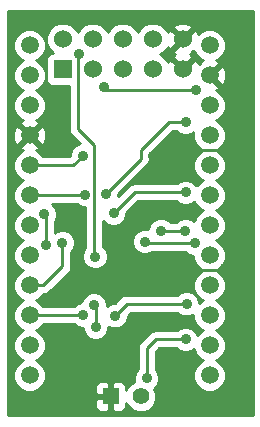
<source format=gbl>
G04 (created by PCBNEW (2013-07-07 BZR 4022)-stable) date 11/1/2014 8:09:35 PM*
%MOIN*%
G04 Gerber Fmt 3.4, Leading zero omitted, Abs format*
%FSLAX34Y34*%
G01*
G70*
G90*
G04 APERTURE LIST*
%ADD10C,0.00590551*%
%ADD11R,0.055X0.055*%
%ADD12C,0.055*%
%ADD13R,0.06X0.06*%
%ADD14C,0.06*%
%ADD15C,0.0590551*%
%ADD16C,0.035*%
%ADD17C,0.01*%
G04 APERTURE END LIST*
G54D10*
G54D11*
X146600Y-99700D03*
G54D12*
X147600Y-99700D03*
G54D13*
X145000Y-88800D03*
G54D14*
X145000Y-87800D03*
X146000Y-88800D03*
X146000Y-87800D03*
X147000Y-88800D03*
X147000Y-87800D03*
X148000Y-88800D03*
X148000Y-87800D03*
X149000Y-88800D03*
X149000Y-87800D03*
G54D15*
X149900Y-88000D03*
X149900Y-99000D03*
X149900Y-98000D03*
X149900Y-97000D03*
X149900Y-96000D03*
X149900Y-95000D03*
X149900Y-94000D03*
X149900Y-93000D03*
X149900Y-92000D03*
X149900Y-91000D03*
X149900Y-90000D03*
X149900Y-89000D03*
X143900Y-89000D03*
X143900Y-90000D03*
X143900Y-91000D03*
X143900Y-92000D03*
X143900Y-93000D03*
X143900Y-94000D03*
X143900Y-95000D03*
X143900Y-96000D03*
X143900Y-97000D03*
X143900Y-98000D03*
X143900Y-99000D03*
X143900Y-88000D03*
G54D16*
X149430Y-89470D03*
X146380Y-89370D03*
X145680Y-91670D03*
X149100Y-90550D03*
X146430Y-92960D03*
X145740Y-92970D03*
X149100Y-92900D03*
X146700Y-93600D03*
X149090Y-94190D03*
X148280Y-94170D03*
X149400Y-94580D03*
X147740Y-94540D03*
X144990Y-94580D03*
X149130Y-96610D03*
X146740Y-97010D03*
X145690Y-96990D03*
X149100Y-97800D03*
X147800Y-99100D03*
X150420Y-95410D03*
X147830Y-95990D03*
X147800Y-97100D03*
X146500Y-98000D03*
X148000Y-91700D03*
X151200Y-92500D03*
X144430Y-94660D03*
X144390Y-93630D03*
X146100Y-97395D03*
X146040Y-96660D03*
X146085Y-95040D03*
X145560Y-88290D03*
G54D17*
X143900Y-92000D02*
X145350Y-92000D01*
X146480Y-89470D02*
X149430Y-89470D01*
X146380Y-89370D02*
X146480Y-89470D01*
X145350Y-92000D02*
X145680Y-91670D01*
X143900Y-93000D02*
X145710Y-93000D01*
X148550Y-90550D02*
X149100Y-90550D01*
X147610Y-91490D02*
X148550Y-90550D01*
X147610Y-91780D02*
X147610Y-91490D01*
X146430Y-92960D02*
X147610Y-91780D01*
X145710Y-93000D02*
X145740Y-92970D01*
X147400Y-92900D02*
X149100Y-92900D01*
X146700Y-93600D02*
X147400Y-92900D01*
X148300Y-94190D02*
X149090Y-94190D01*
X148280Y-94170D02*
X148300Y-94190D01*
X143900Y-96000D02*
X144350Y-96000D01*
X147780Y-94580D02*
X149400Y-94580D01*
X147740Y-94540D02*
X147780Y-94580D01*
X144990Y-95360D02*
X144990Y-94580D01*
X144350Y-96000D02*
X144990Y-95360D01*
X143900Y-97000D02*
X145680Y-97000D01*
X147140Y-96610D02*
X149130Y-96610D01*
X146740Y-97010D02*
X147140Y-96610D01*
X145680Y-97000D02*
X145690Y-96990D01*
X148100Y-97800D02*
X149100Y-97800D01*
X147800Y-98100D02*
X148100Y-97800D01*
X147800Y-99100D02*
X147800Y-98100D01*
X150490Y-95480D02*
X150420Y-95410D01*
X150520Y-95480D02*
X150490Y-95480D01*
X150500Y-95500D02*
X150520Y-95480D01*
X148320Y-95500D02*
X150500Y-95500D01*
X147830Y-95990D02*
X148320Y-95500D01*
X147300Y-97100D02*
X147800Y-97100D01*
X148000Y-91700D02*
X148200Y-91500D01*
X148200Y-91500D02*
X150300Y-91500D01*
X150300Y-91500D02*
X151200Y-92400D01*
X151200Y-92400D02*
X151200Y-92500D01*
X144430Y-93670D02*
X144430Y-94660D01*
X144390Y-93630D02*
X144430Y-93670D01*
X146100Y-96720D02*
X146100Y-97395D01*
X146040Y-96660D02*
X146100Y-96720D01*
X146060Y-95015D02*
X146085Y-95040D01*
X146060Y-91330D02*
X146060Y-95015D01*
X145500Y-90770D02*
X146060Y-91330D01*
X145500Y-88350D02*
X145500Y-90770D01*
X145560Y-88290D02*
X145500Y-88350D01*
G54D10*
G36*
X149682Y-92499D02*
X149591Y-92537D01*
X149463Y-92665D01*
X149460Y-92659D01*
X149341Y-92539D01*
X149184Y-92475D01*
X149015Y-92474D01*
X148859Y-92539D01*
X148798Y-92600D01*
X147400Y-92600D01*
X147285Y-92622D01*
X147187Y-92687D01*
X146854Y-93020D01*
X146855Y-92959D01*
X147822Y-91992D01*
X147822Y-91992D01*
X147887Y-91894D01*
X147909Y-91780D01*
X147910Y-91780D01*
X147910Y-91614D01*
X148674Y-90850D01*
X148798Y-90850D01*
X148858Y-90910D01*
X149015Y-90974D01*
X149184Y-90975D01*
X149340Y-90910D01*
X149354Y-90896D01*
X149354Y-91107D01*
X149437Y-91308D01*
X149590Y-91461D01*
X149682Y-91499D01*
X149591Y-91537D01*
X149438Y-91690D01*
X149354Y-91891D01*
X149354Y-92107D01*
X149437Y-92308D01*
X149590Y-92461D01*
X149682Y-92499D01*
X149682Y-92499D01*
G37*
G54D17*
X149682Y-92499D02*
X149591Y-92537D01*
X149463Y-92665D01*
X149460Y-92659D01*
X149341Y-92539D01*
X149184Y-92475D01*
X149015Y-92474D01*
X148859Y-92539D01*
X148798Y-92600D01*
X147400Y-92600D01*
X147285Y-92622D01*
X147187Y-92687D01*
X146854Y-93020D01*
X146855Y-92959D01*
X147822Y-91992D01*
X147822Y-91992D01*
X147887Y-91894D01*
X147909Y-91780D01*
X147910Y-91780D01*
X147910Y-91614D01*
X148674Y-90850D01*
X148798Y-90850D01*
X148858Y-90910D01*
X149015Y-90974D01*
X149184Y-90975D01*
X149340Y-90910D01*
X149354Y-90896D01*
X149354Y-91107D01*
X149437Y-91308D01*
X149590Y-91461D01*
X149682Y-91499D01*
X149591Y-91537D01*
X149438Y-91690D01*
X149354Y-91891D01*
X149354Y-92107D01*
X149437Y-92308D01*
X149590Y-92461D01*
X149682Y-92499D01*
G54D10*
G36*
X149682Y-96499D02*
X149591Y-96537D01*
X149555Y-96573D01*
X149555Y-96525D01*
X149490Y-96369D01*
X149371Y-96249D01*
X149214Y-96185D01*
X149045Y-96184D01*
X148889Y-96249D01*
X148828Y-96310D01*
X147140Y-96310D01*
X147025Y-96332D01*
X146927Y-96397D01*
X146740Y-96585D01*
X146655Y-96584D01*
X146499Y-96649D01*
X146464Y-96684D01*
X146465Y-96575D01*
X146400Y-96419D01*
X146281Y-96299D01*
X146124Y-96235D01*
X145955Y-96234D01*
X145799Y-96299D01*
X145679Y-96418D01*
X145619Y-96564D01*
X145605Y-96564D01*
X145449Y-96629D01*
X145378Y-96700D01*
X144366Y-96700D01*
X144362Y-96691D01*
X144209Y-96538D01*
X144117Y-96500D01*
X144208Y-96462D01*
X144361Y-96309D01*
X144367Y-96296D01*
X144464Y-96277D01*
X144464Y-96277D01*
X144562Y-96212D01*
X145202Y-95572D01*
X145202Y-95572D01*
X145267Y-95474D01*
X145289Y-95360D01*
X145290Y-95360D01*
X145290Y-94881D01*
X145350Y-94821D01*
X145414Y-94664D01*
X145415Y-94495D01*
X145350Y-94339D01*
X145231Y-94219D01*
X145074Y-94155D01*
X144905Y-94154D01*
X144749Y-94219D01*
X144730Y-94239D01*
X144730Y-93891D01*
X144750Y-93871D01*
X144814Y-93714D01*
X144815Y-93545D01*
X144750Y-93389D01*
X144661Y-93300D01*
X145468Y-93300D01*
X145498Y-93330D01*
X145655Y-93394D01*
X145760Y-93395D01*
X145760Y-94763D01*
X145724Y-94798D01*
X145660Y-94955D01*
X145659Y-95124D01*
X145724Y-95280D01*
X145843Y-95400D01*
X146000Y-95464D01*
X146169Y-95465D01*
X146325Y-95400D01*
X146445Y-95281D01*
X146509Y-95124D01*
X146510Y-94955D01*
X146445Y-94799D01*
X146360Y-94713D01*
X146360Y-93860D01*
X146458Y-93960D01*
X146615Y-94024D01*
X146784Y-94025D01*
X146940Y-93960D01*
X147060Y-93841D01*
X147124Y-93684D01*
X147125Y-93599D01*
X147524Y-93200D01*
X148798Y-93200D01*
X148858Y-93260D01*
X149015Y-93324D01*
X149184Y-93325D01*
X149340Y-93260D01*
X149395Y-93205D01*
X149437Y-93308D01*
X149590Y-93461D01*
X149682Y-93499D01*
X149591Y-93537D01*
X149438Y-93690D01*
X149365Y-93864D01*
X149331Y-93829D01*
X149174Y-93765D01*
X149005Y-93764D01*
X148849Y-93829D01*
X148788Y-93890D01*
X148601Y-93890D01*
X148521Y-93809D01*
X148364Y-93745D01*
X148195Y-93744D01*
X148039Y-93809D01*
X147919Y-93928D01*
X147855Y-94085D01*
X147855Y-94127D01*
X147824Y-94115D01*
X147655Y-94114D01*
X147499Y-94179D01*
X147379Y-94298D01*
X147315Y-94455D01*
X147314Y-94624D01*
X147379Y-94780D01*
X147498Y-94900D01*
X147655Y-94964D01*
X147824Y-94965D01*
X147980Y-94900D01*
X148000Y-94880D01*
X149098Y-94880D01*
X149158Y-94940D01*
X149315Y-95004D01*
X149354Y-95004D01*
X149354Y-95107D01*
X149437Y-95308D01*
X149590Y-95461D01*
X149682Y-95499D01*
X149591Y-95537D01*
X149438Y-95690D01*
X149354Y-95891D01*
X149354Y-96107D01*
X149437Y-96308D01*
X149590Y-96461D01*
X149682Y-96499D01*
X149682Y-96499D01*
G37*
G54D17*
X149682Y-96499D02*
X149591Y-96537D01*
X149555Y-96573D01*
X149555Y-96525D01*
X149490Y-96369D01*
X149371Y-96249D01*
X149214Y-96185D01*
X149045Y-96184D01*
X148889Y-96249D01*
X148828Y-96310D01*
X147140Y-96310D01*
X147025Y-96332D01*
X146927Y-96397D01*
X146740Y-96585D01*
X146655Y-96584D01*
X146499Y-96649D01*
X146464Y-96684D01*
X146465Y-96575D01*
X146400Y-96419D01*
X146281Y-96299D01*
X146124Y-96235D01*
X145955Y-96234D01*
X145799Y-96299D01*
X145679Y-96418D01*
X145619Y-96564D01*
X145605Y-96564D01*
X145449Y-96629D01*
X145378Y-96700D01*
X144366Y-96700D01*
X144362Y-96691D01*
X144209Y-96538D01*
X144117Y-96500D01*
X144208Y-96462D01*
X144361Y-96309D01*
X144367Y-96296D01*
X144464Y-96277D01*
X144464Y-96277D01*
X144562Y-96212D01*
X145202Y-95572D01*
X145202Y-95572D01*
X145267Y-95474D01*
X145289Y-95360D01*
X145290Y-95360D01*
X145290Y-94881D01*
X145350Y-94821D01*
X145414Y-94664D01*
X145415Y-94495D01*
X145350Y-94339D01*
X145231Y-94219D01*
X145074Y-94155D01*
X144905Y-94154D01*
X144749Y-94219D01*
X144730Y-94239D01*
X144730Y-93891D01*
X144750Y-93871D01*
X144814Y-93714D01*
X144815Y-93545D01*
X144750Y-93389D01*
X144661Y-93300D01*
X145468Y-93300D01*
X145498Y-93330D01*
X145655Y-93394D01*
X145760Y-93395D01*
X145760Y-94763D01*
X145724Y-94798D01*
X145660Y-94955D01*
X145659Y-95124D01*
X145724Y-95280D01*
X145843Y-95400D01*
X146000Y-95464D01*
X146169Y-95465D01*
X146325Y-95400D01*
X146445Y-95281D01*
X146509Y-95124D01*
X146510Y-94955D01*
X146445Y-94799D01*
X146360Y-94713D01*
X146360Y-93860D01*
X146458Y-93960D01*
X146615Y-94024D01*
X146784Y-94025D01*
X146940Y-93960D01*
X147060Y-93841D01*
X147124Y-93684D01*
X147125Y-93599D01*
X147524Y-93200D01*
X148798Y-93200D01*
X148858Y-93260D01*
X149015Y-93324D01*
X149184Y-93325D01*
X149340Y-93260D01*
X149395Y-93205D01*
X149437Y-93308D01*
X149590Y-93461D01*
X149682Y-93499D01*
X149591Y-93537D01*
X149438Y-93690D01*
X149365Y-93864D01*
X149331Y-93829D01*
X149174Y-93765D01*
X149005Y-93764D01*
X148849Y-93829D01*
X148788Y-93890D01*
X148601Y-93890D01*
X148521Y-93809D01*
X148364Y-93745D01*
X148195Y-93744D01*
X148039Y-93809D01*
X147919Y-93928D01*
X147855Y-94085D01*
X147855Y-94127D01*
X147824Y-94115D01*
X147655Y-94114D01*
X147499Y-94179D01*
X147379Y-94298D01*
X147315Y-94455D01*
X147314Y-94624D01*
X147379Y-94780D01*
X147498Y-94900D01*
X147655Y-94964D01*
X147824Y-94965D01*
X147980Y-94900D01*
X148000Y-94880D01*
X149098Y-94880D01*
X149158Y-94940D01*
X149315Y-95004D01*
X149354Y-95004D01*
X149354Y-95107D01*
X149437Y-95308D01*
X149590Y-95461D01*
X149682Y-95499D01*
X149591Y-95537D01*
X149438Y-95690D01*
X149354Y-95891D01*
X149354Y-96107D01*
X149437Y-96308D01*
X149590Y-96461D01*
X149682Y-96499D01*
G54D10*
G36*
X151330Y-100330D02*
X150450Y-100330D01*
X150450Y-89080D01*
X150445Y-88988D01*
X150439Y-88863D01*
X150377Y-88714D01*
X150282Y-88688D01*
X149970Y-89000D01*
X150282Y-89311D01*
X150377Y-89285D01*
X150450Y-89080D01*
X150450Y-100330D01*
X150445Y-100330D01*
X150445Y-98892D01*
X150362Y-98691D01*
X150209Y-98538D01*
X150117Y-98500D01*
X150208Y-98462D01*
X150361Y-98309D01*
X150445Y-98108D01*
X150445Y-97892D01*
X150362Y-97691D01*
X150209Y-97538D01*
X150117Y-97500D01*
X150208Y-97462D01*
X150361Y-97309D01*
X150445Y-97108D01*
X150445Y-96892D01*
X150362Y-96691D01*
X150209Y-96538D01*
X150117Y-96500D01*
X150208Y-96462D01*
X150361Y-96309D01*
X150445Y-96108D01*
X150445Y-95892D01*
X150362Y-95691D01*
X150209Y-95538D01*
X150117Y-95500D01*
X150208Y-95462D01*
X150361Y-95309D01*
X150445Y-95108D01*
X150445Y-94892D01*
X150362Y-94691D01*
X150209Y-94538D01*
X150117Y-94500D01*
X150208Y-94462D01*
X150361Y-94309D01*
X150445Y-94108D01*
X150445Y-93892D01*
X150362Y-93691D01*
X150209Y-93538D01*
X150117Y-93500D01*
X150208Y-93462D01*
X150361Y-93309D01*
X150445Y-93108D01*
X150445Y-92892D01*
X150362Y-92691D01*
X150209Y-92538D01*
X150117Y-92500D01*
X150208Y-92462D01*
X150361Y-92309D01*
X150445Y-92108D01*
X150445Y-91892D01*
X150362Y-91691D01*
X150209Y-91538D01*
X150117Y-91500D01*
X150208Y-91462D01*
X150361Y-91309D01*
X150445Y-91108D01*
X150445Y-90892D01*
X150362Y-90691D01*
X150209Y-90538D01*
X150117Y-90500D01*
X150208Y-90462D01*
X150361Y-90309D01*
X150445Y-90108D01*
X150445Y-89892D01*
X150362Y-89691D01*
X150209Y-89538D01*
X150124Y-89502D01*
X150185Y-89477D01*
X150211Y-89382D01*
X149900Y-89070D01*
X149894Y-89076D01*
X149823Y-89005D01*
X149829Y-89000D01*
X149823Y-88994D01*
X149894Y-88923D01*
X149900Y-88929D01*
X150211Y-88617D01*
X150185Y-88522D01*
X150119Y-88499D01*
X150208Y-88462D01*
X150361Y-88309D01*
X150445Y-88108D01*
X150445Y-87892D01*
X150362Y-87691D01*
X150209Y-87538D01*
X150008Y-87454D01*
X149792Y-87454D01*
X149591Y-87537D01*
X149520Y-87607D01*
X149481Y-87512D01*
X149385Y-87484D01*
X149315Y-87555D01*
X149315Y-87414D01*
X149287Y-87318D01*
X149081Y-87245D01*
X148863Y-87256D01*
X148712Y-87318D01*
X148684Y-87414D01*
X149000Y-87729D01*
X149315Y-87414D01*
X149315Y-87555D01*
X149070Y-87800D01*
X149076Y-87805D01*
X149005Y-87876D01*
X149000Y-87870D01*
X148684Y-88185D01*
X148712Y-88281D01*
X148760Y-88298D01*
X148712Y-88318D01*
X148684Y-88414D01*
X149000Y-88729D01*
X149315Y-88414D01*
X149287Y-88318D01*
X149239Y-88301D01*
X149287Y-88281D01*
X149315Y-88185D01*
X149360Y-88231D01*
X149392Y-88199D01*
X149437Y-88308D01*
X149590Y-88461D01*
X149675Y-88497D01*
X149614Y-88522D01*
X149588Y-88617D01*
X149542Y-88572D01*
X149516Y-88598D01*
X149481Y-88512D01*
X149385Y-88484D01*
X149315Y-88555D01*
X149070Y-88800D01*
X149076Y-88805D01*
X149005Y-88876D01*
X149000Y-88870D01*
X148994Y-88876D01*
X148923Y-88805D01*
X148929Y-88800D01*
X148614Y-88484D01*
X148518Y-88512D01*
X148499Y-88567D01*
X148466Y-88488D01*
X148311Y-88334D01*
X148230Y-88300D01*
X148311Y-88266D01*
X148465Y-88111D01*
X148497Y-88036D01*
X148518Y-88087D01*
X148614Y-88115D01*
X148929Y-87800D01*
X148614Y-87484D01*
X148518Y-87512D01*
X148499Y-87567D01*
X148466Y-87488D01*
X148311Y-87334D01*
X148109Y-87250D01*
X147891Y-87249D01*
X147688Y-87333D01*
X147534Y-87488D01*
X147500Y-87569D01*
X147466Y-87488D01*
X147311Y-87334D01*
X147109Y-87250D01*
X146891Y-87249D01*
X146688Y-87333D01*
X146534Y-87488D01*
X146500Y-87569D01*
X146466Y-87488D01*
X146311Y-87334D01*
X146109Y-87250D01*
X145891Y-87249D01*
X145688Y-87333D01*
X145534Y-87488D01*
X145500Y-87569D01*
X145466Y-87488D01*
X145311Y-87334D01*
X145109Y-87250D01*
X144891Y-87249D01*
X144688Y-87333D01*
X144534Y-87488D01*
X144450Y-87690D01*
X144449Y-87908D01*
X144533Y-88111D01*
X144672Y-88249D01*
X144650Y-88249D01*
X144558Y-88287D01*
X144488Y-88358D01*
X144450Y-88450D01*
X144449Y-88549D01*
X144449Y-89149D01*
X144487Y-89241D01*
X144558Y-89311D01*
X144650Y-89349D01*
X144749Y-89350D01*
X145200Y-89350D01*
X145200Y-90770D01*
X145222Y-90884D01*
X145287Y-90982D01*
X145563Y-91258D01*
X145439Y-91309D01*
X145319Y-91428D01*
X145255Y-91585D01*
X145254Y-91670D01*
X145225Y-91700D01*
X144450Y-91700D01*
X144450Y-91080D01*
X144445Y-90988D01*
X144445Y-89892D01*
X144362Y-89691D01*
X144209Y-89538D01*
X144117Y-89500D01*
X144208Y-89462D01*
X144361Y-89309D01*
X144445Y-89108D01*
X144445Y-88892D01*
X144362Y-88691D01*
X144209Y-88538D01*
X144117Y-88500D01*
X144208Y-88462D01*
X144361Y-88309D01*
X144445Y-88108D01*
X144445Y-87892D01*
X144362Y-87691D01*
X144209Y-87538D01*
X144008Y-87454D01*
X143792Y-87454D01*
X143591Y-87537D01*
X143438Y-87690D01*
X143354Y-87891D01*
X143354Y-88107D01*
X143437Y-88308D01*
X143590Y-88461D01*
X143682Y-88499D01*
X143591Y-88537D01*
X143438Y-88690D01*
X143354Y-88891D01*
X143354Y-89107D01*
X143437Y-89308D01*
X143590Y-89461D01*
X143682Y-89499D01*
X143591Y-89537D01*
X143438Y-89690D01*
X143354Y-89891D01*
X143354Y-90107D01*
X143437Y-90308D01*
X143590Y-90461D01*
X143675Y-90497D01*
X143614Y-90522D01*
X143588Y-90617D01*
X143900Y-90929D01*
X144211Y-90617D01*
X144185Y-90522D01*
X144119Y-90499D01*
X144208Y-90462D01*
X144361Y-90309D01*
X144445Y-90108D01*
X144445Y-89892D01*
X144445Y-90988D01*
X144439Y-90863D01*
X144377Y-90714D01*
X144282Y-90688D01*
X143970Y-91000D01*
X144282Y-91311D01*
X144377Y-91285D01*
X144450Y-91080D01*
X144450Y-91700D01*
X144366Y-91700D01*
X144362Y-91691D01*
X144209Y-91538D01*
X144124Y-91502D01*
X144185Y-91477D01*
X144211Y-91382D01*
X143900Y-91070D01*
X143829Y-91141D01*
X143829Y-91000D01*
X143517Y-90688D01*
X143422Y-90714D01*
X143349Y-90919D01*
X143360Y-91136D01*
X143422Y-91285D01*
X143517Y-91311D01*
X143829Y-91000D01*
X143829Y-91141D01*
X143588Y-91382D01*
X143614Y-91477D01*
X143680Y-91500D01*
X143591Y-91537D01*
X143438Y-91690D01*
X143354Y-91891D01*
X143354Y-92107D01*
X143437Y-92308D01*
X143590Y-92461D01*
X143682Y-92499D01*
X143591Y-92537D01*
X143438Y-92690D01*
X143354Y-92891D01*
X143354Y-93107D01*
X143437Y-93308D01*
X143590Y-93461D01*
X143682Y-93499D01*
X143591Y-93537D01*
X143438Y-93690D01*
X143354Y-93891D01*
X143354Y-94107D01*
X143437Y-94308D01*
X143590Y-94461D01*
X143682Y-94499D01*
X143591Y-94537D01*
X143438Y-94690D01*
X143354Y-94891D01*
X143354Y-95107D01*
X143437Y-95308D01*
X143590Y-95461D01*
X143682Y-95499D01*
X143591Y-95537D01*
X143438Y-95690D01*
X143354Y-95891D01*
X143354Y-96107D01*
X143437Y-96308D01*
X143590Y-96461D01*
X143682Y-96499D01*
X143591Y-96537D01*
X143438Y-96690D01*
X143354Y-96891D01*
X143354Y-97107D01*
X143437Y-97308D01*
X143590Y-97461D01*
X143682Y-97499D01*
X143591Y-97537D01*
X143438Y-97690D01*
X143354Y-97891D01*
X143354Y-98107D01*
X143437Y-98308D01*
X143590Y-98461D01*
X143682Y-98499D01*
X143591Y-98537D01*
X143438Y-98690D01*
X143354Y-98891D01*
X143354Y-99107D01*
X143437Y-99308D01*
X143590Y-99461D01*
X143791Y-99545D01*
X144007Y-99545D01*
X144208Y-99462D01*
X144361Y-99309D01*
X144445Y-99108D01*
X144445Y-98892D01*
X144362Y-98691D01*
X144209Y-98538D01*
X144117Y-98500D01*
X144208Y-98462D01*
X144361Y-98309D01*
X144445Y-98108D01*
X144445Y-97892D01*
X144362Y-97691D01*
X144209Y-97538D01*
X144117Y-97500D01*
X144208Y-97462D01*
X144361Y-97309D01*
X144365Y-97300D01*
X145398Y-97300D01*
X145448Y-97350D01*
X145605Y-97414D01*
X145674Y-97414D01*
X145674Y-97479D01*
X145739Y-97635D01*
X145858Y-97755D01*
X146015Y-97819D01*
X146184Y-97820D01*
X146340Y-97755D01*
X146460Y-97636D01*
X146524Y-97479D01*
X146525Y-97380D01*
X146655Y-97434D01*
X146824Y-97435D01*
X146980Y-97370D01*
X147100Y-97251D01*
X147164Y-97094D01*
X147165Y-97009D01*
X147264Y-96910D01*
X148828Y-96910D01*
X148888Y-96970D01*
X149045Y-97034D01*
X149214Y-97035D01*
X149354Y-96976D01*
X149354Y-97107D01*
X149437Y-97308D01*
X149590Y-97461D01*
X149682Y-97499D01*
X149591Y-97537D01*
X149492Y-97636D01*
X149460Y-97559D01*
X149341Y-97439D01*
X149184Y-97375D01*
X149015Y-97374D01*
X148859Y-97439D01*
X148798Y-97500D01*
X148100Y-97500D01*
X147985Y-97522D01*
X147887Y-97587D01*
X147587Y-97887D01*
X147522Y-97985D01*
X147500Y-98100D01*
X147500Y-98798D01*
X147439Y-98858D01*
X147375Y-99015D01*
X147374Y-99184D01*
X147389Y-99219D01*
X147303Y-99254D01*
X147155Y-99402D01*
X147125Y-99474D01*
X147125Y-99474D01*
X147124Y-99375D01*
X147086Y-99283D01*
X147016Y-99212D01*
X146924Y-99174D01*
X146712Y-99175D01*
X146650Y-99237D01*
X146650Y-99650D01*
X146657Y-99650D01*
X146657Y-99750D01*
X146650Y-99750D01*
X146650Y-100162D01*
X146712Y-100225D01*
X146924Y-100225D01*
X147016Y-100187D01*
X147086Y-100116D01*
X147124Y-100024D01*
X147125Y-99925D01*
X147125Y-99925D01*
X147154Y-99997D01*
X147302Y-100144D01*
X147495Y-100224D01*
X147703Y-100225D01*
X147897Y-100145D01*
X148044Y-99997D01*
X148124Y-99804D01*
X148125Y-99596D01*
X148060Y-99440D01*
X148160Y-99341D01*
X148224Y-99184D01*
X148225Y-99015D01*
X148160Y-98859D01*
X148100Y-98798D01*
X148100Y-98224D01*
X148224Y-98100D01*
X148798Y-98100D01*
X148858Y-98160D01*
X149015Y-98224D01*
X149184Y-98225D01*
X149340Y-98160D01*
X149365Y-98135D01*
X149437Y-98308D01*
X149590Y-98461D01*
X149682Y-98499D01*
X149591Y-98537D01*
X149438Y-98690D01*
X149354Y-98891D01*
X149354Y-99107D01*
X149437Y-99308D01*
X149590Y-99461D01*
X149791Y-99545D01*
X150007Y-99545D01*
X150208Y-99462D01*
X150361Y-99309D01*
X150445Y-99108D01*
X150445Y-98892D01*
X150445Y-100330D01*
X146550Y-100330D01*
X146550Y-100162D01*
X146550Y-99750D01*
X146550Y-99650D01*
X146550Y-99237D01*
X146487Y-99175D01*
X146275Y-99174D01*
X146183Y-99212D01*
X146113Y-99283D01*
X146075Y-99375D01*
X146074Y-99474D01*
X146075Y-99587D01*
X146137Y-99650D01*
X146550Y-99650D01*
X146550Y-99750D01*
X146137Y-99750D01*
X146075Y-99812D01*
X146074Y-99925D01*
X146075Y-100024D01*
X146113Y-100116D01*
X146183Y-100187D01*
X146275Y-100225D01*
X146487Y-100225D01*
X146550Y-100162D01*
X146550Y-100330D01*
X143300Y-100330D01*
X143169Y-100330D01*
X143169Y-86869D01*
X151000Y-86869D01*
X151330Y-86869D01*
X151330Y-100300D01*
X151330Y-100330D01*
X151330Y-100330D01*
G37*
G54D17*
X151330Y-100330D02*
X150450Y-100330D01*
X150450Y-89080D01*
X150445Y-88988D01*
X150439Y-88863D01*
X150377Y-88714D01*
X150282Y-88688D01*
X149970Y-89000D01*
X150282Y-89311D01*
X150377Y-89285D01*
X150450Y-89080D01*
X150450Y-100330D01*
X150445Y-100330D01*
X150445Y-98892D01*
X150362Y-98691D01*
X150209Y-98538D01*
X150117Y-98500D01*
X150208Y-98462D01*
X150361Y-98309D01*
X150445Y-98108D01*
X150445Y-97892D01*
X150362Y-97691D01*
X150209Y-97538D01*
X150117Y-97500D01*
X150208Y-97462D01*
X150361Y-97309D01*
X150445Y-97108D01*
X150445Y-96892D01*
X150362Y-96691D01*
X150209Y-96538D01*
X150117Y-96500D01*
X150208Y-96462D01*
X150361Y-96309D01*
X150445Y-96108D01*
X150445Y-95892D01*
X150362Y-95691D01*
X150209Y-95538D01*
X150117Y-95500D01*
X150208Y-95462D01*
X150361Y-95309D01*
X150445Y-95108D01*
X150445Y-94892D01*
X150362Y-94691D01*
X150209Y-94538D01*
X150117Y-94500D01*
X150208Y-94462D01*
X150361Y-94309D01*
X150445Y-94108D01*
X150445Y-93892D01*
X150362Y-93691D01*
X150209Y-93538D01*
X150117Y-93500D01*
X150208Y-93462D01*
X150361Y-93309D01*
X150445Y-93108D01*
X150445Y-92892D01*
X150362Y-92691D01*
X150209Y-92538D01*
X150117Y-92500D01*
X150208Y-92462D01*
X150361Y-92309D01*
X150445Y-92108D01*
X150445Y-91892D01*
X150362Y-91691D01*
X150209Y-91538D01*
X150117Y-91500D01*
X150208Y-91462D01*
X150361Y-91309D01*
X150445Y-91108D01*
X150445Y-90892D01*
X150362Y-90691D01*
X150209Y-90538D01*
X150117Y-90500D01*
X150208Y-90462D01*
X150361Y-90309D01*
X150445Y-90108D01*
X150445Y-89892D01*
X150362Y-89691D01*
X150209Y-89538D01*
X150124Y-89502D01*
X150185Y-89477D01*
X150211Y-89382D01*
X149900Y-89070D01*
X149894Y-89076D01*
X149823Y-89005D01*
X149829Y-89000D01*
X149823Y-88994D01*
X149894Y-88923D01*
X149900Y-88929D01*
X150211Y-88617D01*
X150185Y-88522D01*
X150119Y-88499D01*
X150208Y-88462D01*
X150361Y-88309D01*
X150445Y-88108D01*
X150445Y-87892D01*
X150362Y-87691D01*
X150209Y-87538D01*
X150008Y-87454D01*
X149792Y-87454D01*
X149591Y-87537D01*
X149520Y-87607D01*
X149481Y-87512D01*
X149385Y-87484D01*
X149315Y-87555D01*
X149315Y-87414D01*
X149287Y-87318D01*
X149081Y-87245D01*
X148863Y-87256D01*
X148712Y-87318D01*
X148684Y-87414D01*
X149000Y-87729D01*
X149315Y-87414D01*
X149315Y-87555D01*
X149070Y-87800D01*
X149076Y-87805D01*
X149005Y-87876D01*
X149000Y-87870D01*
X148684Y-88185D01*
X148712Y-88281D01*
X148760Y-88298D01*
X148712Y-88318D01*
X148684Y-88414D01*
X149000Y-88729D01*
X149315Y-88414D01*
X149287Y-88318D01*
X149239Y-88301D01*
X149287Y-88281D01*
X149315Y-88185D01*
X149360Y-88231D01*
X149392Y-88199D01*
X149437Y-88308D01*
X149590Y-88461D01*
X149675Y-88497D01*
X149614Y-88522D01*
X149588Y-88617D01*
X149542Y-88572D01*
X149516Y-88598D01*
X149481Y-88512D01*
X149385Y-88484D01*
X149315Y-88555D01*
X149070Y-88800D01*
X149076Y-88805D01*
X149005Y-88876D01*
X149000Y-88870D01*
X148994Y-88876D01*
X148923Y-88805D01*
X148929Y-88800D01*
X148614Y-88484D01*
X148518Y-88512D01*
X148499Y-88567D01*
X148466Y-88488D01*
X148311Y-88334D01*
X148230Y-88300D01*
X148311Y-88266D01*
X148465Y-88111D01*
X148497Y-88036D01*
X148518Y-88087D01*
X148614Y-88115D01*
X148929Y-87800D01*
X148614Y-87484D01*
X148518Y-87512D01*
X148499Y-87567D01*
X148466Y-87488D01*
X148311Y-87334D01*
X148109Y-87250D01*
X147891Y-87249D01*
X147688Y-87333D01*
X147534Y-87488D01*
X147500Y-87569D01*
X147466Y-87488D01*
X147311Y-87334D01*
X147109Y-87250D01*
X146891Y-87249D01*
X146688Y-87333D01*
X146534Y-87488D01*
X146500Y-87569D01*
X146466Y-87488D01*
X146311Y-87334D01*
X146109Y-87250D01*
X145891Y-87249D01*
X145688Y-87333D01*
X145534Y-87488D01*
X145500Y-87569D01*
X145466Y-87488D01*
X145311Y-87334D01*
X145109Y-87250D01*
X144891Y-87249D01*
X144688Y-87333D01*
X144534Y-87488D01*
X144450Y-87690D01*
X144449Y-87908D01*
X144533Y-88111D01*
X144672Y-88249D01*
X144650Y-88249D01*
X144558Y-88287D01*
X144488Y-88358D01*
X144450Y-88450D01*
X144449Y-88549D01*
X144449Y-89149D01*
X144487Y-89241D01*
X144558Y-89311D01*
X144650Y-89349D01*
X144749Y-89350D01*
X145200Y-89350D01*
X145200Y-90770D01*
X145222Y-90884D01*
X145287Y-90982D01*
X145563Y-91258D01*
X145439Y-91309D01*
X145319Y-91428D01*
X145255Y-91585D01*
X145254Y-91670D01*
X145225Y-91700D01*
X144450Y-91700D01*
X144450Y-91080D01*
X144445Y-90988D01*
X144445Y-89892D01*
X144362Y-89691D01*
X144209Y-89538D01*
X144117Y-89500D01*
X144208Y-89462D01*
X144361Y-89309D01*
X144445Y-89108D01*
X144445Y-88892D01*
X144362Y-88691D01*
X144209Y-88538D01*
X144117Y-88500D01*
X144208Y-88462D01*
X144361Y-88309D01*
X144445Y-88108D01*
X144445Y-87892D01*
X144362Y-87691D01*
X144209Y-87538D01*
X144008Y-87454D01*
X143792Y-87454D01*
X143591Y-87537D01*
X143438Y-87690D01*
X143354Y-87891D01*
X143354Y-88107D01*
X143437Y-88308D01*
X143590Y-88461D01*
X143682Y-88499D01*
X143591Y-88537D01*
X143438Y-88690D01*
X143354Y-88891D01*
X143354Y-89107D01*
X143437Y-89308D01*
X143590Y-89461D01*
X143682Y-89499D01*
X143591Y-89537D01*
X143438Y-89690D01*
X143354Y-89891D01*
X143354Y-90107D01*
X143437Y-90308D01*
X143590Y-90461D01*
X143675Y-90497D01*
X143614Y-90522D01*
X143588Y-90617D01*
X143900Y-90929D01*
X144211Y-90617D01*
X144185Y-90522D01*
X144119Y-90499D01*
X144208Y-90462D01*
X144361Y-90309D01*
X144445Y-90108D01*
X144445Y-89892D01*
X144445Y-90988D01*
X144439Y-90863D01*
X144377Y-90714D01*
X144282Y-90688D01*
X143970Y-91000D01*
X144282Y-91311D01*
X144377Y-91285D01*
X144450Y-91080D01*
X144450Y-91700D01*
X144366Y-91700D01*
X144362Y-91691D01*
X144209Y-91538D01*
X144124Y-91502D01*
X144185Y-91477D01*
X144211Y-91382D01*
X143900Y-91070D01*
X143829Y-91141D01*
X143829Y-91000D01*
X143517Y-90688D01*
X143422Y-90714D01*
X143349Y-90919D01*
X143360Y-91136D01*
X143422Y-91285D01*
X143517Y-91311D01*
X143829Y-91000D01*
X143829Y-91141D01*
X143588Y-91382D01*
X143614Y-91477D01*
X143680Y-91500D01*
X143591Y-91537D01*
X143438Y-91690D01*
X143354Y-91891D01*
X143354Y-92107D01*
X143437Y-92308D01*
X143590Y-92461D01*
X143682Y-92499D01*
X143591Y-92537D01*
X143438Y-92690D01*
X143354Y-92891D01*
X143354Y-93107D01*
X143437Y-93308D01*
X143590Y-93461D01*
X143682Y-93499D01*
X143591Y-93537D01*
X143438Y-93690D01*
X143354Y-93891D01*
X143354Y-94107D01*
X143437Y-94308D01*
X143590Y-94461D01*
X143682Y-94499D01*
X143591Y-94537D01*
X143438Y-94690D01*
X143354Y-94891D01*
X143354Y-95107D01*
X143437Y-95308D01*
X143590Y-95461D01*
X143682Y-95499D01*
X143591Y-95537D01*
X143438Y-95690D01*
X143354Y-95891D01*
X143354Y-96107D01*
X143437Y-96308D01*
X143590Y-96461D01*
X143682Y-96499D01*
X143591Y-96537D01*
X143438Y-96690D01*
X143354Y-96891D01*
X143354Y-97107D01*
X143437Y-97308D01*
X143590Y-97461D01*
X143682Y-97499D01*
X143591Y-97537D01*
X143438Y-97690D01*
X143354Y-97891D01*
X143354Y-98107D01*
X143437Y-98308D01*
X143590Y-98461D01*
X143682Y-98499D01*
X143591Y-98537D01*
X143438Y-98690D01*
X143354Y-98891D01*
X143354Y-99107D01*
X143437Y-99308D01*
X143590Y-99461D01*
X143791Y-99545D01*
X144007Y-99545D01*
X144208Y-99462D01*
X144361Y-99309D01*
X144445Y-99108D01*
X144445Y-98892D01*
X144362Y-98691D01*
X144209Y-98538D01*
X144117Y-98500D01*
X144208Y-98462D01*
X144361Y-98309D01*
X144445Y-98108D01*
X144445Y-97892D01*
X144362Y-97691D01*
X144209Y-97538D01*
X144117Y-97500D01*
X144208Y-97462D01*
X144361Y-97309D01*
X144365Y-97300D01*
X145398Y-97300D01*
X145448Y-97350D01*
X145605Y-97414D01*
X145674Y-97414D01*
X145674Y-97479D01*
X145739Y-97635D01*
X145858Y-97755D01*
X146015Y-97819D01*
X146184Y-97820D01*
X146340Y-97755D01*
X146460Y-97636D01*
X146524Y-97479D01*
X146525Y-97380D01*
X146655Y-97434D01*
X146824Y-97435D01*
X146980Y-97370D01*
X147100Y-97251D01*
X147164Y-97094D01*
X147165Y-97009D01*
X147264Y-96910D01*
X148828Y-96910D01*
X148888Y-96970D01*
X149045Y-97034D01*
X149214Y-97035D01*
X149354Y-96976D01*
X149354Y-97107D01*
X149437Y-97308D01*
X149590Y-97461D01*
X149682Y-97499D01*
X149591Y-97537D01*
X149492Y-97636D01*
X149460Y-97559D01*
X149341Y-97439D01*
X149184Y-97375D01*
X149015Y-97374D01*
X148859Y-97439D01*
X148798Y-97500D01*
X148100Y-97500D01*
X147985Y-97522D01*
X147887Y-97587D01*
X147587Y-97887D01*
X147522Y-97985D01*
X147500Y-98100D01*
X147500Y-98798D01*
X147439Y-98858D01*
X147375Y-99015D01*
X147374Y-99184D01*
X147389Y-99219D01*
X147303Y-99254D01*
X147155Y-99402D01*
X147125Y-99474D01*
X147125Y-99474D01*
X147124Y-99375D01*
X147086Y-99283D01*
X147016Y-99212D01*
X146924Y-99174D01*
X146712Y-99175D01*
X146650Y-99237D01*
X146650Y-99650D01*
X146657Y-99650D01*
X146657Y-99750D01*
X146650Y-99750D01*
X146650Y-100162D01*
X146712Y-100225D01*
X146924Y-100225D01*
X147016Y-100187D01*
X147086Y-100116D01*
X147124Y-100024D01*
X147125Y-99925D01*
X147125Y-99925D01*
X147154Y-99997D01*
X147302Y-100144D01*
X147495Y-100224D01*
X147703Y-100225D01*
X147897Y-100145D01*
X148044Y-99997D01*
X148124Y-99804D01*
X148125Y-99596D01*
X148060Y-99440D01*
X148160Y-99341D01*
X148224Y-99184D01*
X148225Y-99015D01*
X148160Y-98859D01*
X148100Y-98798D01*
X148100Y-98224D01*
X148224Y-98100D01*
X148798Y-98100D01*
X148858Y-98160D01*
X149015Y-98224D01*
X149184Y-98225D01*
X149340Y-98160D01*
X149365Y-98135D01*
X149437Y-98308D01*
X149590Y-98461D01*
X149682Y-98499D01*
X149591Y-98537D01*
X149438Y-98690D01*
X149354Y-98891D01*
X149354Y-99107D01*
X149437Y-99308D01*
X149590Y-99461D01*
X149791Y-99545D01*
X150007Y-99545D01*
X150208Y-99462D01*
X150361Y-99309D01*
X150445Y-99108D01*
X150445Y-98892D01*
X150445Y-100330D01*
X146550Y-100330D01*
X146550Y-100162D01*
X146550Y-99750D01*
X146550Y-99650D01*
X146550Y-99237D01*
X146487Y-99175D01*
X146275Y-99174D01*
X146183Y-99212D01*
X146113Y-99283D01*
X146075Y-99375D01*
X146074Y-99474D01*
X146075Y-99587D01*
X146137Y-99650D01*
X146550Y-99650D01*
X146550Y-99750D01*
X146137Y-99750D01*
X146075Y-99812D01*
X146074Y-99925D01*
X146075Y-100024D01*
X146113Y-100116D01*
X146183Y-100187D01*
X146275Y-100225D01*
X146487Y-100225D01*
X146550Y-100162D01*
X146550Y-100330D01*
X143300Y-100330D01*
X143169Y-100330D01*
X143169Y-86869D01*
X151000Y-86869D01*
X151330Y-86869D01*
X151330Y-100300D01*
X151330Y-100330D01*
M02*

</source>
